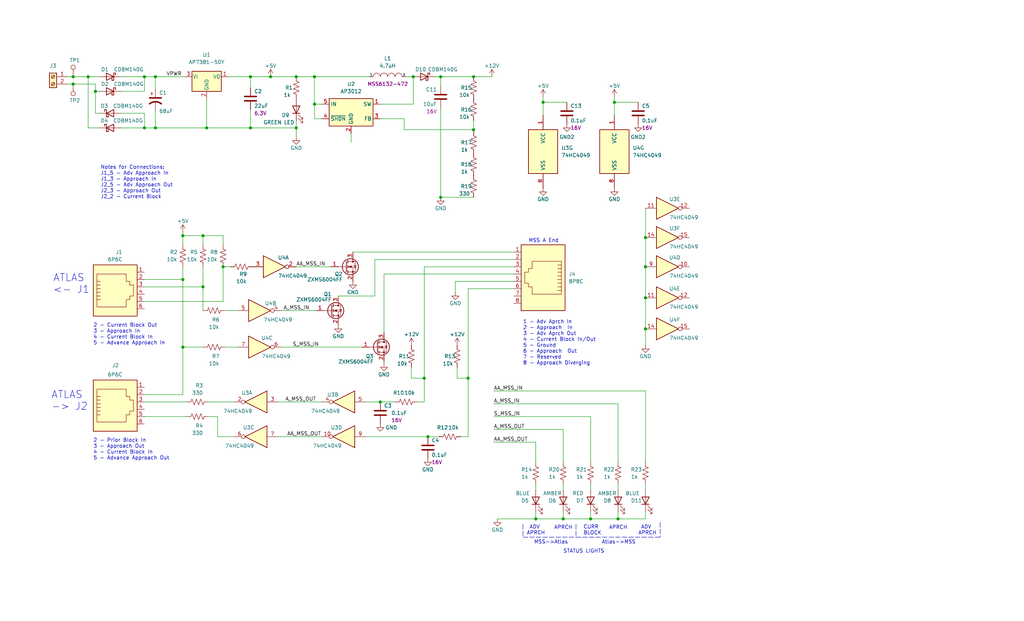
<source format=kicad_sch>
(kicad_sch (version 20211123) (generator eeschema)
  (paper "USLegal")
  (title_block (title "MSS Atlas Signal Adapter v1.0") (company "Iowa Scaled Engineering"))
  (lib_symbols
    (symbol "4xxx:4049" (pin_names (offset 1.016))
      (property "Reference" "U" (at 0 1.27 0))
      (property "Value" "4049" (at 0 -1.27 0))
      (symbol "4049_1_0"
        (polyline (pts (xy -3.81 3.81) (xy -3.81 -3.81) (xy 3.81 0) (xy -3.81 3.81)) (stroke (width 0.254)) (fill (type background)))
        (pin output inverted (at 7.62 0 180) (length 3.81) (name "~") (number "2"))
        (pin input line (at -7.62 0 0) (length 3.81) (name "~") (number "3"))
      )
      (symbol "4049_2_0"
        (polyline (pts (xy -3.81 3.81) (xy -3.81 -3.81) (xy 3.81 0) (xy -3.81 3.81)) (stroke (width 0.254)) (fill (type background)))
        (pin output inverted (at 7.62 0 180) (length 3.81) (name "~") (number "4"))
        (pin input line (at -7.62 0 0) (length 3.81) (name "~") (number "5"))
      )
      (symbol "4049_3_0"
        (polyline (pts (xy -3.81 3.81) (xy -3.81 -3.81) (xy 3.81 0) (xy -3.81 3.81)) (stroke (width 0.254)) (fill (type background)))
        (pin output inverted (at 7.62 0 180) (length 3.81) (name "~") (number "6"))
        (pin input line (at -7.62 0 0) (length 3.81) (name "~") (number "7"))
      )
      (symbol "4049_4_0"
        (polyline (pts (xy -3.81 3.81) (xy -3.81 -3.81) (xy 3.81 0) (xy -3.81 3.81)) (stroke (width 0.254)) (fill (type background)))
        (pin output inverted (at 7.62 0 180) (length 3.81) (name "~") (number "10"))
        (pin input line (at -7.62 0 0) (length 3.81) (name "~") (number "9"))
      )
      (symbol "4049_5_0"
        (polyline (pts (xy -3.81 3.81) (xy -3.81 -3.81) (xy 3.81 0) (xy -3.81 3.81)) (stroke (width 0.254)) (fill (type background)))
        (pin input line (at -7.62 0 0) (length 3.81) (name "~") (number "11"))
        (pin output inverted (at 7.62 0 180) (length 3.81) (name "~") (number "12"))
      )
      (symbol "4049_6_0"
        (polyline (pts (xy -3.81 3.81) (xy -3.81 -3.81) (xy 3.81 0) (xy -3.81 3.81)) (stroke (width 0.254)) (fill (type background)))
        (pin input line (at -7.62 0 0) (length 3.81) (name "~") (number "14"))
        (pin output inverted (at 7.62 0 180) (length 3.81) (name "~") (number "15"))
      )
      (symbol "4049_7_0"
        (pin power_in line (at 0 12.7 270) (length 5.08) (name "VCC") (number "1"))
        (pin power_in line (at 0 -12.7 90) (length 5.08) (name "VSS") (number "8"))
      )
      (symbol "4049_7_1"
        (rectangle (start -5.08 7.62) (end 5.08 -7.62) (stroke (width 0.254)) (fill (type background)))
      )
    )
    (symbol "Connector:6P6C" (pin_names (offset 1.016))
      (property "Reference" "J" (at -5.08 11.43 0))
      (property "Value" "6P6C" (at 2.54 11.43 0))
      (symbol "6P6C_0_1"
        (polyline (pts (xy -6.35 -1.905) (xy -5.08 -1.905) (xy -5.08 -1.905)))
        (polyline (pts (xy -6.35 -0.635) (xy -5.08 -0.635) (xy -5.08 -0.635)))
        (polyline (pts (xy -6.35 0.635) (xy -5.08 0.635) (xy -5.08 0.635)))
        (polyline (pts (xy -6.35 1.905) (xy -5.08 1.905) (xy -5.08 1.905)))
        (polyline (pts (xy -6.35 3.175) (xy -5.08 3.175) (xy -5.08 3.175)))
        (polyline (pts (xy -5.08 4.445) (xy -6.35 4.445) (xy -6.35 4.445)))
        (polyline (pts (xy -6.35 -4.445) (xy -6.35 6.985) (xy 3.81 6.985) (xy 3.81 4.445) (xy 5.08 4.445) (xy 5.08 3.175) (xy 6.35 3.175) (xy 6.35 -0.635) (xy 5.08 -0.635) (xy 5.08 -1.905) (xy 3.81 -1.905) (xy 3.81 -4.445) (xy -6.35 -4.445) (xy -6.35 -4.445)))
        (rectangle (start 7.62 10.16) (end -7.62 -7.62) (stroke (width 0.254)) (fill (type background)))
      )
      (symbol "6P6C_1_1"
        (pin passive line (at 10.16 -5.08 180) (length 2.54) (name "~") (number "1"))
        (pin passive line (at 10.16 -2.54 180) (length 2.54) (name "~") (number "2"))
        (pin passive line (at 10.16 0 180) (length 2.54) (name "~") (number "3"))
        (pin passive line (at 10.16 2.54 180) (length 2.54) (name "~") (number "4"))
        (pin passive line (at 10.16 5.08 180) (length 2.54) (name "~") (number "5"))
        (pin passive line (at 10.16 7.62 180) (length 2.54) (name "~") (number "6"))
      )
    )
    (symbol "Connector:8P8C" (pin_names (offset 1.016))
      (property "Reference" "J" (at -5.08 13.97 0))
      (property "Value" "8P8C" (at 2.54 13.97 0))
      (symbol "8P8C_0_1"
        (polyline (pts (xy -5.08 4.445) (xy -6.35 4.445)))
        (polyline (pts (xy -5.08 5.715) (xy -6.35 5.715)))
        (polyline (pts (xy -6.35 -3.175) (xy -5.08 -3.175) (xy -5.08 -3.175)))
        (polyline (pts (xy -6.35 -1.905) (xy -5.08 -1.905) (xy -5.08 -1.905)))
        (polyline (pts (xy -6.35 -0.635) (xy -5.08 -0.635) (xy -5.08 -0.635)))
        (polyline (pts (xy -6.35 0.635) (xy -5.08 0.635) (xy -5.08 0.635)))
        (polyline (pts (xy -6.35 1.905) (xy -5.08 1.905) (xy -5.08 1.905)))
        (polyline (pts (xy -5.08 3.175) (xy -6.35 3.175) (xy -6.35 3.175)))
        (polyline (pts (xy -6.35 -4.445) (xy -6.35 6.985) (xy 3.81 6.985) (xy 3.81 4.445) (xy 5.08 4.445) (xy 5.08 3.175) (xy 6.35 3.175) (xy 6.35 -0.635) (xy 5.08 -0.635) (xy 5.08 -1.905) (xy 3.81 -1.905) (xy 3.81 -4.445) (xy -6.35 -4.445) (xy -6.35 -4.445)))
        (rectangle (start 7.62 12.7) (end -7.62 -10.16) (stroke (width 0.254)) (fill (type background)))
      )
      (symbol "8P8C_1_1"
        (pin passive line (at 10.16 -7.62 180) (length 2.54) (name "~") (number "1"))
        (pin passive line (at 10.16 -5.08 180) (length 2.54) (name "~") (number "2"))
        (pin passive line (at 10.16 -2.54 180) (length 2.54) (name "~") (number "3"))
        (pin passive line (at 10.16 0 180) (length 2.54) (name "~") (number "4"))
        (pin passive line (at 10.16 2.54 180) (length 2.54) (name "~") (number "5"))
        (pin passive line (at 10.16 5.08 180) (length 2.54) (name "~") (number "6"))
        (pin passive line (at 10.16 7.62 180) (length 2.54) (name "~") (number "7"))
        (pin passive line (at 10.16 10.16 180) (length 2.54) (name "~") (number "8"))
      )
    )
    (symbol "Connector:Screw_Terminal_01x02" (pin_names (offset 1.016) hide)
      (property "Reference" "J" (at 0 2.54 0))
      (property "Value" "Screw_Terminal_01x02" (at 0 -5.08 0))
      (symbol "Screw_Terminal_01x02_1_1"
        (rectangle (start -1.27 1.27) (end 1.27 -3.81) (stroke (width 0.254)) (fill (type background)))
        (circle (center 0 -2.54) (radius 0.635) (stroke (width 0.1524)))
        (polyline (pts (xy -0.5334 -2.2098) (xy 0.3302 -3.048)) (stroke (width 0.1524)))
        (polyline (pts (xy -0.5334 0.3302) (xy 0.3302 -0.508)) (stroke (width 0.1524)))
        (polyline (pts (xy -0.3556 -2.032) (xy 0.508 -2.8702)) (stroke (width 0.1524)))
        (polyline (pts (xy -0.3556 0.508) (xy 0.508 -0.3302)) (stroke (width 0.1524)))
        (circle (center 0 0) (radius 0.635) (stroke (width 0.1524)))
        (pin passive line (at -5.08 0 0) (length 3.81) (name "Pin_1") (number "1"))
        (pin passive line (at -5.08 -2.54 0) (length 3.81) (name "Pin_2") (number "2"))
      )
    )
    (symbol "Connector:TestPoint" (pin_numbers hide) (pin_names (offset 0.762) hide)
      (property "Reference" "TP" (at 0 6.858 0))
      (property "Value" "TestPoint" (at 0 5.08 0))
      (symbol "TestPoint_0_1"
        (circle (center 0 3.302) (radius 0.762))
      )
      (symbol "TestPoint_1_1"
        (pin passive line (at 0 0 90) (length 2.54) (name "1") (number "1"))
      )
    )
    (symbol "Device:C" (pin_numbers hide) (pin_names (offset 0.254))
      (property "Reference" "C" (at 0.635 2.54 0))
      (property "Value" "C" (at 0.635 -2.54 0))
      (symbol "C_0_1"
        (polyline (pts (xy -2.032 -0.762) (xy 2.032 -0.762)) (stroke (width 0.508)))
        (polyline (pts (xy -2.032 0.762) (xy 2.032 0.762)) (stroke (width 0.508)))
      )
      (symbol "C_1_1"
        (pin passive line (at 0 3.81 270) (length 2.794) (name "~") (number "1"))
        (pin passive line (at 0 -3.81 90) (length 2.794) (name "~") (number "2"))
      )
    )
    (symbol "Device:C_Polarized_US" (pin_numbers hide) (pin_names (offset 0.254) hide)
      (property "Reference" "C" (at 0.635 2.54 0))
      (property "Value" "C_Polarized_US" (at 0.635 -2.54 0))
      (symbol "C_Polarized_US_0_1"
        (polyline (pts (xy -2.032 0.762) (xy 2.032 0.762)) (stroke (width 0.508)))
        (polyline (pts (xy -1.778 2.286) (xy -0.762 2.286)))
        (polyline (pts (xy -1.27 1.778) (xy -1.27 2.794)))
        (arc (start 2.032 -1.27) (mid 0 -0.5572) (end -2.032 -1.27) (stroke (width 0.508)))
      )
      (symbol "C_Polarized_US_1_1"
        (pin passive line (at 0 3.81 270) (length 2.794) (name "~") (number "1"))
        (pin passive line (at 0 -3.81 90) (length 3.302) (name "~") (number "2"))
      )
    )
    (symbol "Device:D_Schottky" (pin_numbers hide) (pin_names (offset 1.016) hide)
      (property "Reference" "D" (at 0 2.54 0))
      (property "Value" "D_Schottky" (at 0 -2.54 0))
      (symbol "D_Schottky_0_1"
        (polyline (pts (xy 1.27 0) (xy -1.27 0)))
        (polyline (pts (xy 1.27 1.27) (xy 1.27 -1.27) (xy -1.27 0) (xy 1.27 1.27)) (stroke (width 0.254)))
        (polyline (pts (xy -1.905 0.635) (xy -1.905 1.27) (xy -1.27 1.27) (xy -1.27 -1.27) (xy -0.635 -1.27) (xy -0.635 -0.635)) (stroke (width 0.254)))
      )
      (symbol "D_Schottky_1_1"
        (pin passive line (at -3.81 0 0) (length 2.54) (name "K") (number "1"))
        (pin passive line (at 3.81 0 180) (length 2.54) (name "A") (number "2"))
      )
    )
    (symbol "Device:LED" (pin_numbers hide) (pin_names (offset 1.016) hide)
      (property "Reference" "D" (at 0 2.54 0))
      (property "Value" "LED" (at 0 -2.54 0))
      (symbol "LED_0_1"
        (polyline (pts (xy -1.27 -1.27) (xy -1.27 1.27)) (stroke (width 0.254)))
        (polyline (pts (xy -1.27 0) (xy 1.27 0)))
        (polyline (pts (xy 1.27 -1.27) (xy 1.27 1.27) (xy -1.27 0) (xy 1.27 -1.27)) (stroke (width 0.254)))
        (polyline (pts (xy -3.048 -0.762) (xy -4.572 -2.286) (xy -3.81 -2.286) (xy -4.572 -2.286) (xy -4.572 -1.524)))
        (polyline (pts (xy -1.778 -0.762) (xy -3.302 -2.286) (xy -2.54 -2.286) (xy -3.302 -2.286) (xy -3.302 -1.524)))
      )
      (symbol "LED_1_1"
        (pin passive line (at -3.81 0 0) (length 2.54) (name "K") (number "1"))
        (pin passive line (at 3.81 0 180) (length 2.54) (name "A") (number "2"))
      )
    )
    (symbol "Device:R_US" (pin_numbers hide) (pin_names (offset 0))
      (property "Reference" "R" (at 2.54 0 90))
      (property "Value" "R_US" (at -2.54 0 90))
      (symbol "R_US_0_1"
        (polyline (pts (xy 0 -2.286) (xy 0 -2.54)))
        (polyline (pts (xy 0 2.286) (xy 0 2.54)))
        (polyline (pts (xy 0 -0.762) (xy 1.016 -1.143) (xy 0 -1.524) (xy -1.016 -1.905) (xy 0 -2.286)))
        (polyline (pts (xy 0 0.762) (xy 1.016 0.381) (xy 0 0) (xy -1.016 -0.381) (xy 0 -0.762)))
        (polyline (pts (xy 0 2.286) (xy 1.016 1.905) (xy 0 1.524) (xy -1.016 1.143) (xy 0 0.762)))
      )
      (symbol "R_US_1_1"
        (pin passive line (at 0 3.81 270) (length 1.27) (name "~") (number "1"))
        (pin passive line (at 0 -3.81 90) (length 1.27) (name "~") (number "2"))
      )
    )
    (symbol "Mechanical:MountingHole_Pad" (pin_numbers hide) (pin_names (offset 1.016) hide)
      (property "Reference" "H" (at 0 6.35 0))
      (property "Value" "MountingHole_Pad" (at 0 4.445 0))
      (symbol "MountingHole_Pad_0_1"
        (circle (center 0 1.27) (radius 1.27) (stroke (width 1.27)))
      )
      (symbol "MountingHole_Pad_1_1"
        (pin input line (at 0 -2.54 90) (length 2.54) (name "1") (number "1"))
      )
    )
    (symbol "Regulator_Linear:AP7384-33Y" (pin_names (offset 0.254))
      (property "Reference" "U" (at -3.81 3.175 0))
      (property "Value" "AP7384-33Y" (at 0 3.175 0))
      (symbol "AP7384-33Y_0_1"
        (rectangle (start -5.08 1.905) (end 5.08 -5.08) (stroke (width 0.254)) (fill (type background)))
      )
      (symbol "AP7384-33Y_1_1"
        (pin power_out line (at 7.62 0 180) (length 2.54) (name "VO") (number "1"))
        (pin power_in line (at 0 -7.62 90) (length 2.54) (name "GND") (number "2"))
        (pin power_in line (at -7.62 0 0) (length 2.54) (name "VI") (number "3"))
      )
    )
    (symbol "Regulator_Switching:AP3012"
      (property "Reference" "U" (at -7.62 5.715 0))
      (property "Value" "AP3012" (at 0 5.715 0))
      (symbol "AP3012_0_1"
        (rectangle (start -7.62 4.445) (end 7.62 -5.08) (stroke (width 0.254)) (fill (type background)))
      )
      (symbol "AP3012_1_1"
        (pin passive line (at 10.16 2.54 180) (length 2.54) (name "SW") (number "1"))
        (pin power_in line (at 0 -7.62 90) (length 2.54) (name "GND") (number "2"))
        (pin input line (at 10.16 -2.54 180) (length 2.54) (name "FB") (number "3"))
        (pin input line (at -10.16 -2.54 0) (length 2.54) (name "~{SHDN}") (number "4"))
        (pin power_in line (at -10.16 2.54 0) (length 2.54) (name "IN") (number "5"))
      )
    )
    (symbol "Transistor_FET:ZXM61N02F" (pin_names hide)
      (property "Reference" "Q" (at 5.08 1.905 0))
      (property "Value" "ZXM61N02F" (at 5.08 0 0))
      (symbol "ZXM61N02F_0_1"
        (polyline (pts (xy 0.254 0) (xy -2.54 0)))
        (polyline (pts (xy 0.254 1.905) (xy 0.254 -1.905)) (stroke (width 0.254)))
        (polyline (pts (xy 0.762 -1.27) (xy 0.762 -2.286)) (stroke (width 0.254)))
        (polyline (pts (xy 0.762 0.508) (xy 0.762 -0.508)) (stroke (width 0.254)))
        (polyline (pts (xy 0.762 2.286) (xy 0.762 1.27)) (stroke (width 0.254)))
        (polyline (pts (xy 2.54 2.54) (xy 2.54 1.778)))
        (polyline (pts (xy 2.54 -2.54) (xy 2.54 0) (xy 0.762 0)))
        (polyline (pts (xy 0.762 -1.778) (xy 3.302 -1.778) (xy 3.302 1.778) (xy 0.762 1.778)))
        (polyline (pts (xy 1.016 0) (xy 2.032 0.381) (xy 2.032 -0.381) (xy 1.016 0)) (fill (type outline)))
        (polyline (pts (xy 2.794 0.508) (xy 2.921 0.381) (xy 3.683 0.381) (xy 3.81 0.254)))
        (polyline (pts (xy 3.302 0.381) (xy 2.921 -0.254) (xy 3.683 -0.254) (xy 3.302 0.381)))
        (circle (center 1.651 0) (radius 2.794) (stroke (width 0.254)))
        (circle (center 2.54 -1.778) (radius 0.254) (fill (type outline)))
        (circle (center 2.54 1.778) (radius 0.254) (fill (type outline)))
      )
      (symbol "ZXM61N02F_1_1"
        (pin input line (at -5.08 0 0) (length 2.54) (name "G") (number "1"))
        (pin passive line (at 2.54 -5.08 90) (length 2.54) (name "S") (number "2"))
        (pin passive line (at 2.54 5.08 270) (length 2.54) (name "D") (number "3"))
      )
    )
    (symbol "power:+12V" (power) (pin_names (offset 0))
      (property "Value" "+12V" (at 0 3.556 0))
      (symbol "+12V_0_1"
        (polyline (pts (xy -0.762 1.27) (xy 0 2.54)))
        (polyline (pts (xy 0 0) (xy 0 2.54)))
        (polyline (pts (xy 0 2.54) (xy 0.762 1.27)))
      )
      (symbol "+12V_1_1"
        (pin power_in line (at 0 0 90) (length 0) hide (name "+12V") (number "1"))
      )
    )
    (symbol "power:+5V" (power) (pin_names (offset 0))
      (property "Value" "+5V" (at 0 3.556 0))
      (symbol "+5V_0_1"
        (polyline (pts (xy -0.762 1.27) (xy 0 2.54)))
        (polyline (pts (xy 0 0) (xy 0 2.54)))
        (polyline (pts (xy 0 2.54) (xy 0.762 1.27)))
      )
      (symbol "+5V_1_1"
        (pin power_in line (at 0 0 90) (length 0) hide (name "+5V") (number "1"))
      )
    )
    (symbol "power:GND" (power) (pin_names (offset 0))
      (property "Value" "GND" (at 0 -3.81 0))
      (symbol "GND_0_1"
        (polyline (pts (xy 0 0) (xy 0 -1.27) (xy 1.27 -1.27) (xy 0 -2.54) (xy -1.27 -1.27) (xy 0 -1.27)))
      )
      (symbol "GND_1_1"
        (pin power_in line (at 0 0 270) (length 0) hide (name "GND") (number "1"))
      )
    )
    (symbol "power:GND2" (power) (pin_names (offset 0))
      (property "Value" "GND2" (at 0 -3.81 0))
      (symbol "GND2_0_1"
        (polyline (pts (xy 0 0) (xy 0 -1.27) (xy 1.27 -1.27) (xy 0 -2.54) (xy -1.27 -1.27) (xy 0 -1.27)))
      )
      (symbol "GND2_1_1"
        (pin power_in line (at 0 0 270) (length 0) hide (name "GND2") (number "1"))
      )
    )
    (symbol "pspice:INDUCTOR" (pin_numbers hide) (pin_names (offset 0))
      (property "Reference" "L" (at 0 2.54 0))
      (property "Value" "INDUCTOR" (at 0 -1.27 0))
      (symbol "INDUCTOR_0_1"
        (arc (start -2.54 0) (mid -3.81 1.27) (end -5.08 0))
        (arc (start 0 0) (mid -1.27 1.27) (end -2.54 0))
        (arc (start 2.54 0) (mid 1.27 1.27) (end 0 0))
        (arc (start 5.08 0) (mid 3.81 1.27) (end 2.54 0))
      )
      (symbol "INDUCTOR_1_1"
        (pin input line (at -6.35 0 0) (length 1.27) (name "1") (number "1"))
        (pin input line (at 6.35 0 180) (length 1.27) (name "2") (number "2"))
      )
    )
  )
  (junction (at 148.59 151.765))
  (junction (at 63.5 81.915))
  (junction (at 224.155 114.3))
  (junction (at 109.22 26.67))
  (junction (at 70.485 99.695))
  (junction (at 102.87 26.67))
  (junction (at 162.56 131.445))
  (junction (at 70.485 81.915))
  (junction (at 77.47 92.71))
  (junction (at 195.58 180.34))
  (junction (at 25.4 29.21))
  (junction (at 33.147 31.75))
  (junction (at 109.22 36.195))
  (junction (at 30.607 26.67))
  (junction (at 63.5 120.65))
  (junction (at 71.755 44.45))
  (junction (at 153.035 68.58))
  (junction (at 53.975 26.67))
  (junction (at 188.595 35.56))
  (junction (at 132.08 139.7))
  (junction (at 63.5 97.155))
  (junction (at 213.36 35.56))
  (junction (at 53.975 44.45))
  (junction (at 153.035 26.67))
  (junction (at 224.155 82.55))
  (junction (at 205.105 180.34))
  (junction (at 164.465 26.67))
  (junction (at 164.465 45.085))
  (junction (at 86.995 44.45))
  (junction (at 224.155 92.71))
  (junction (at 224.155 103.505))
  (junction (at 186.055 180.34))
  (junction (at 86.995 26.67))
  (junction (at 25.4 26.67))
  (junction (at 102.87 44.45))
  (junction (at 214.63 180.34))
  (junction (at 147.32 131.445))
  (junction (at 50.165 26.67))
  (junction (at 50.165 44.45))
  (junction (at 93.98 26.67))
  (junction (at 143.51 26.67))
  (wire (pts (xy 164.465 45.085) (xy 140.335 45.085)))
  (wire (pts (xy 34.417 31.75) (xy 33.147 31.75)))
  (wire (pts (xy 79.375 26.67) (xy 86.995 26.67)))
  (wire (pts (xy 171.45 135.89) (xy 224.155 135.89)))
  (wire (pts (xy 109.22 26.67) (xy 109.22 36.195)))
  (wire (pts (xy 70.485 81.915) (xy 77.47 81.915)))
  (wire (pts (xy 71.755 44.45) (xy 86.995 44.45)))
  (polyline (pts (xy 229.235 181.61) (xy 229.235 186.69)))
  (wire (pts (xy 164.465 45.085) (xy 164.465 45.72)))
  (wire (pts (xy 214.63 168.275) (xy 214.63 170.18)))
  (wire (pts (xy 42.037 26.67) (xy 50.165 26.67)))
  (wire (pts (xy 186.055 180.34) (xy 195.58 180.34)))
  (wire (pts (xy 53.975 26.67) (xy 53.975 30.988)))
  (wire (pts (xy 213.36 35.56) (xy 213.36 40.005)))
  (wire (pts (xy 158.75 131.445) (xy 162.56 131.445)))
  (wire (pts (xy 162.56 131.445) (xy 162.56 151.765)))
  (wire (pts (xy 214.63 180.34) (xy 224.155 180.34)))
  (wire (pts (xy 75.565 151.765) (xy 81.28 151.765)))
  (wire (pts (xy 30.607 44.45) (xy 30.607 26.67)))
  (wire (pts (xy 117.475 102.87) (xy 130.175 102.87)))
  (wire (pts (xy 70.485 81.915) (xy 70.485 85.09)))
  (wire (pts (xy 72.39 139.7) (xy 81.28 139.7)))
  (wire (pts (xy 195.58 160.655) (xy 195.58 149.225)))
  (wire (pts (xy 162.56 151.765) (xy 160.02 151.765)))
  (wire (pts (xy 63.5 120.65) (xy 63.5 137.16)))
  (wire (pts (xy 33.147 29.21) (xy 25.4 29.21)))
  (wire (pts (xy 71.755 34.29) (xy 71.755 44.45)))
  (wire (pts (xy 63.5 97.155) (xy 63.5 120.65)))
  (wire (pts (xy 132.08 139.7) (xy 137.16 139.7)))
  (wire (pts (xy 205.105 160.655) (xy 205.105 144.78)))
  (wire (pts (xy 195.58 180.34) (xy 205.105 180.34)))
  (wire (pts (xy 97.79 107.95) (xy 109.855 107.95)))
  (wire (pts (xy 195.58 168.275) (xy 195.58 170.18)))
  (wire (pts (xy 162.56 100.33) (xy 162.56 131.445)))
  (wire (pts (xy 96.52 139.7) (xy 111.76 139.7)))
  (wire (pts (xy 109.22 26.67) (xy 128.27 26.67)))
  (wire (pts (xy 34.417 39.37) (xy 33.147 39.37)))
  (wire (pts (xy 63.5 120.65) (xy 70.485 120.65)))
  (wire (pts (xy 186.055 160.655) (xy 186.055 153.67)))
  (wire (pts (xy 63.5 97.155) (xy 50.165 97.155)))
  (wire (pts (xy 77.47 81.915) (xy 77.47 85.09)))
  (wire (pts (xy 224.155 135.89) (xy 224.155 160.655)))
  (wire (pts (xy 158.115 101.6) (xy 158.115 97.79)))
  (wire (pts (xy 50.165 144.78) (xy 64.77 144.78)))
  (wire (pts (xy 25.4 29.21) (xy 23.495 29.21)))
  (polyline (pts (xy 181.61 182.245) (xy 181.61 186.69)))
  (wire (pts (xy 186.055 168.275) (xy 186.055 170.18)))
  (wire (pts (xy 42.037 31.75) (xy 50.165 31.75)))
  (wire (pts (xy 96.52 151.765) (xy 111.76 151.765)))
  (wire (pts (xy 77.47 92.71) (xy 80.01 92.71)))
  (wire (pts (xy 30.607 26.67) (xy 34.417 26.67)))
  (wire (pts (xy 77.47 92.71) (xy 77.47 104.775)))
  (wire (pts (xy 70.485 99.695) (xy 70.485 107.95)))
  (wire (pts (xy 50.165 139.7) (xy 64.77 139.7)))
  (wire (pts (xy 171.45 144.78) (xy 205.105 144.78)))
  (wire (pts (xy 224.155 82.55) (xy 224.155 92.71)))
  (wire (pts (xy 188.595 35.56) (xy 196.85 35.56)))
  (wire (pts (xy 143.51 36.195) (xy 143.51 26.67)))
  (wire (pts (xy 164.465 26.67) (xy 170.815 26.67)))
  (wire (pts (xy 78.105 107.95) (xy 82.55 107.95)))
  (wire (pts (xy 130.175 102.87) (xy 130.175 90.17)))
  (wire (pts (xy 33.147 39.37) (xy 33.147 31.75)))
  (wire (pts (xy 93.98 26.67) (xy 102.87 26.67)))
  (wire (pts (xy 102.87 44.45) (xy 102.87 41.91)))
  (wire (pts (xy 53.975 26.67) (xy 64.135 26.67)))
  (wire (pts (xy 127 151.765) (xy 148.59 151.765)))
  (wire (pts (xy 195.58 177.8) (xy 195.58 180.34)))
  (wire (pts (xy 86.995 26.67) (xy 86.995 30.48)))
  (wire (pts (xy 102.87 44.45) (xy 102.87 47.625)))
  (wire (pts (xy 42.037 44.45) (xy 50.165 44.45)))
  (wire (pts (xy 153.035 29.845) (xy 153.035 26.67)))
  (wire (pts (xy 224.155 92.71) (xy 224.155 103.505)))
  (wire (pts (xy 122.555 87.63) (xy 178.435 87.63)))
  (wire (pts (xy 127 139.7) (xy 132.08 139.7)))
  (wire (pts (xy 130.175 90.17) (xy 178.435 90.17)))
  (wire (pts (xy 63.5 81.915) (xy 70.485 81.915)))
  (wire (pts (xy 224.155 114.3) (xy 224.155 120.015)))
  (wire (pts (xy 25.4 26.67) (xy 30.607 26.67)))
  (wire (pts (xy 102.87 92.71) (xy 114.935 92.71)))
  (wire (pts (xy 142.875 131.445) (xy 147.32 131.445)))
  (wire (pts (xy 50.165 104.775) (xy 77.47 104.775)))
  (polyline (pts (xy 200.025 182.245) (xy 200.025 186.69)))
  (wire (pts (xy 205.105 177.8) (xy 205.105 180.34)))
  (wire (pts (xy 109.22 41.275) (xy 111.76 41.275)))
  (wire (pts (xy 86.995 44.45) (xy 102.87 44.45)))
  (wire (pts (xy 147.32 131.445) (xy 147.32 139.7)))
  (wire (pts (xy 23.495 26.67) (xy 25.4 26.67)))
  (wire (pts (xy 50.165 99.695) (xy 70.485 99.695)))
  (wire (pts (xy 144.78 139.7) (xy 147.32 139.7)))
  (wire (pts (xy 140.335 41.275) (xy 132.08 41.275)))
  (wire (pts (xy 132.08 36.195) (xy 143.51 36.195)))
  (wire (pts (xy 158.115 97.79) (xy 178.435 97.79)))
  (wire (pts (xy 140.335 45.085) (xy 140.335 41.275)))
  (polyline (pts (xy 200.025 186.69) (xy 229.235 186.69)))
  (wire (pts (xy 172.72 180.34) (xy 186.055 180.34)))
  (wire (pts (xy 158.75 127.635) (xy 158.75 131.445)))
  (wire (pts (xy 214.63 177.8) (xy 214.63 180.34)))
  (wire (pts (xy 133.35 125.73) (xy 133.35 126.365)))
  (wire (pts (xy 50.165 39.37) (xy 50.165 44.45)))
  (wire (pts (xy 63.5 92.71) (xy 63.5 97.155)))
  (wire (pts (xy 50.165 31.75) (xy 50.165 26.67)))
  (wire (pts (xy 205.105 168.275) (xy 205.105 170.18)))
  (wire (pts (xy 143.51 26.67) (xy 140.97 26.67)))
  (wire (pts (xy 53.975 38.608) (xy 53.975 44.45)))
  (wire (pts (xy 86.995 26.67) (xy 93.98 26.67)))
  (wire (pts (xy 224.155 168.275) (xy 224.155 170.18)))
  (wire (pts (xy 148.59 151.765) (xy 152.4 151.765)))
  (wire (pts (xy 97.79 120.65) (xy 125.73 120.65)))
  (wire (pts (xy 178.435 95.25) (xy 133.35 95.25)))
  (wire (pts (xy 153.035 37.465) (xy 153.035 68.58)))
  (wire (pts (xy 164.465 68.58) (xy 153.035 68.58)))
  (wire (pts (xy 50.165 137.16) (xy 63.5 137.16)))
  (wire (pts (xy 33.147 31.75) (xy 33.147 29.21)))
  (wire (pts (xy 109.22 36.195) (xy 111.76 36.195)))
  (wire (pts (xy 178.435 92.71) (xy 147.32 92.71)))
  (wire (pts (xy 213.36 35.56) (xy 221.615 35.56)))
  (wire (pts (xy 53.975 44.45) (xy 71.755 44.45)))
  (wire (pts (xy 164.465 41.91) (xy 164.465 45.085)))
  (wire (pts (xy 214.63 140.335) (xy 214.63 160.655)))
  (wire (pts (xy 213.36 33.655) (xy 213.36 35.56)))
  (wire (pts (xy 102.87 26.67) (xy 109.22 26.67)))
  (wire (pts (xy 42.037 39.37) (xy 50.165 39.37)))
  (wire (pts (xy 72.39 144.78) (xy 75.565 144.78)))
  (wire (pts (xy 153.035 26.67) (xy 164.465 26.67)))
  (wire (pts (xy 133.35 95.25) (xy 133.35 115.57)))
  (wire (pts (xy 50.165 44.45) (xy 53.975 44.45)))
  (polyline (pts (xy 181.61 186.69) (xy 200.025 186.69)))
  (wire (pts (xy 162.56 100.33) (xy 178.435 100.33)))
  (wire (pts (xy 121.92 49.53) (xy 121.92 46.355)))
  (wire (pts (xy 63.5 81.915) (xy 63.5 85.09)))
  (wire (pts (xy 78.105 120.65) (xy 82.55 120.65)))
  (wire (pts (xy 188.595 35.56) (xy 188.595 40.005)))
  (wire (pts (xy 70.485 92.71) (xy 70.485 99.695)))
  (wire (pts (xy 50.165 26.67) (xy 53.975 26.67)))
  (wire (pts (xy 186.055 177.8) (xy 186.055 180.34)))
  (wire (pts (xy 171.45 140.335) (xy 214.63 140.335)))
  (wire (pts (xy 224.155 72.39) (xy 224.155 82.55)))
  (wire (pts (xy 151.13 26.67) (xy 153.035 26.67)))
  (wire (pts (xy 86.995 38.1) (xy 86.995 44.45)))
  (wire (pts (xy 63.5 80.645) (xy 63.5 81.915)))
  (wire (pts (xy 224.155 103.505) (xy 224.155 114.3)))
  (wire (pts (xy 75.565 144.78) (xy 75.565 151.765)))
  (wire (pts (xy 171.45 153.67) (xy 186.055 153.67)))
  (wire (pts (xy 142.875 127.635) (xy 142.875 131.445)))
  (wire (pts (xy 171.45 149.225) (xy 195.58 149.225)))
  (wire (pts (xy 205.105 180.34) (xy 214.63 180.34)))
  (wire (pts (xy 188.595 33.655) (xy 188.595 35.56)))
  (wire (pts (xy 30.607 44.45) (xy 34.417 44.45)))
  (wire (pts (xy 147.32 92.71) (xy 147.32 131.445)))
  (wire (pts (xy 109.22 41.275) (xy 109.22 36.195)))
  (wire (pts (xy 224.155 177.8) (xy 224.155 180.34)))
  (text "2 - Current Block Out\n3 - Approach In\n4 - Current Block In\n5 - Advance Approach In\n" (at 32.385 120.015 0) (effects (font (size 1.27 1.27)) (justify left bottom)))
  (text "APRCH" (at 192.405 184.15 0) (effects (font (size 1.27 1.27)) (justify left bottom)))
  (text "STATUS LIGHTS" (at 195.58 192.405 0) (effects (font (size 1.27 1.27)) (justify left bottom)))
  (text "2 - Prior Block In\n3 - Approach Out\n4 - Current Block In\n5 - Advance Approach Out\n" (at 32.385 160.02 0) (effects (font (size 1.27 1.27)) (justify left bottom)))
  (text "MSS->Atlas" (at 185.42 189.23 0) (effects (font (size 1.27 1.27)) (justify left bottom)))
  (text "APRCH" (at 211.455 184.15 0) (effects (font (size 1.27 1.27)) (justify left bottom)))
  (text "Notes for Connections:\nJ1_5 - Adv Approach In\nJ1_3 - Approach In\nJ2_5 - Adv Approach Out\nJ2_3 - Approach Out\nJ2_2 - Current Block" (at 34.925 69.215 0) (effects (font (size 1.27 1.27)) (justify left bottom)))
  (text " ADV\nAPRCH" (at 182.88 186.055 0) (effects (font (size 1.27 1.27)) (justify left bottom)))
  (text "CURR\nBLOCK" (at 202.565 186.055 0) (effects (font (size 1.27 1.27)) (justify left bottom)))
  (text "ATLAS\n-> J2" (at 17.78 142.875 0) (effects (font (size 2.54 2.54)) (justify left bottom)))
  (text "MSS A End" (at 183.515 84.455 0) (effects (font (size 1.27 1.27)) (justify left bottom)))
  (text "ATLAS\n<- J1" (at 18.415 102.235 0) (effects (font (size 2.54 2.54)) (justify left bottom)))
  (text "Atlas->MSS" (at 208.915 189.23 0) (effects (font (size 1.27 1.27)) (justify left bottom)))
  (text " ADV\nAPRCH" (at 221.615 186.055 0) (effects (font (size 1.27 1.27)) (justify left bottom)))
  (text "1 - Adv Aprch In\n2 - Approach  In\n3 - Adv Aprch Out\n4 - Current Block In/Out\n5 - Ground\n6 - Approach  Out\n7 - Reserved\n8 - Approach Diverging\n" (at 181.61 127 0) (effects (font (size 1.27 1.27)) (justify left bottom)))
  (label "VPWR" (at 57.785 26.67 0))
  (label "A_MSS_IN" (at 171.45 140.335 0))
  (label "AA_MSS_OUT" (at 99.695 151.765 0))
  (label "AA_MSS_OUT" (at 171.45 153.67 0))
  (label "AA_MSS_IN" (at 102.87 92.71 0))
  (label "S_MSS_IN" (at 171.45 144.78 0))
  (label "S_MSS_IN" (at 101.6 120.65 0))
  (label "AA_MSS_IN" (at 171.45 135.89 0))
  (label "A_MSS_OUT" (at 99.06 139.7 0))
  (label "A_MSS_IN" (at 98.425 107.95 0))
  (label "A_MSS_OUT" (at 171.45 149.225 0))
  (symbol (lib_id "Device:R_US") (at 224.155 164.465 0) (unit 1)
    (property "Reference" "R23" (at 220.98 163.195 0))
    (property "Value" "1k" (at 220.345 165.735 0))
    (property "Footprint" "Resistor_SMD:R_0805_2012Metric" (effects hide))
  )
  (symbol (lib_id "Connector:6P6C") (at 40.005 139.7 0) (mirror x) (unit 1)
    (property "Reference" "J2" (at 41.275 127 0) (effects (justify right)))
    (property "Value" "6P6C" (at 42.545 130.175 0) (effects (justify right)))
  )
  (symbol (lib_id "Connector:6P6C") (at 40.005 99.695 0) (mirror x) (unit 1)
    (property "Reference" "J1" (at 42.545 87.63 0) (effects (justify right)))
    (property "Value" "6P6C" (at 42.545 90.17 0) (effects (justify right)))
  )
  (symbol (lib_id "Connector:Screw_Terminal_01x02") (at 18.415 26.67 0) (mirror y) (unit 1)
    (property "Reference" "J3" (at 18.415 22.86 0))
    (property "Value" "Screw_Terminal_01x02" (effects hide))
    (property "Footprint" "TerminalBlock_RND:TerminalBlock_RND_205-00012_1x02_P5.00mm_Horizontal" (effects hide))
  )
  (symbol (lib_id "Device:LED") (at 214.63 173.99 90) (unit 1)
    (property "Reference" "D8" (at 209.55 173.99 90) (effects (justify right)))
    (property "Value" "AMBER" (at 207.645 171.45 90) (effects (justify right)))
    (property "Footprint" "LED_SMD:LED_0805_2012Metric" (effects hide))
  )
  (symbol (lib_id "Device:C") (at 148.59 155.575 0) (unit 1)
    (property "Reference" "C4" (at 149.86 153.035 0) (effects (justify left)))
    (property "Value" "0.1uF" (at 149.86 158.115 0) (effects (justify left)))
    (property "Footprint" "Capacitor_SMD:C_0805_2012Metric" (effects hide))
    (property "Voltage" "16V" (at 149.86 160.655 0) (effects (justify left)))
  )
  (symbol (lib_id "power:GND") (at 122.555 97.79 0) (unit 1)
    (property "Reference" "#PWR03" (effects hide))
    (property "Value" "GND" (at 122.555 101.6 0))
  )
  (symbol (lib_id "power:+5V") (at 63.5 80.645 0) (unit 1)
    (property "Reference" "#PWR01" (effects hide))
    (property "Value" "+5V" (at 63.5 76.835 0))
  )
  (symbol (lib_id "power:+5V") (at 213.36 33.655 0) (unit 1)
    (property "Reference" "#PWR017" (effects hide))
    (property "Value" "+5V" (at 213.36 29.845 0))
  )
  (symbol (lib_id "power:GND") (at 172.72 180.34 0) (unit 1)
    (property "Reference" "#PWR013" (effects hide))
    (property "Value" "GND" (at 172.72 184.15 0))
  )
  (symbol (lib_id "Device:LED") (at 102.87 38.1 90) (unit 1)
    (property "Reference" "D9" (at 97.79 40.005 90) (effects (justify right)))
    (property "Value" "GREEN LED" (at 91.44 42.545 90) (effects (justify right)))
    (property "Footprint" "LED_SMD:LED_0805_2012Metric" (effects hide))
  )
  (symbol (lib_id "Device:R_US") (at 140.97 139.7 270) (unit 1)
    (property "Reference" "R10" (at 138.43 136.525 90))
    (property "Value" "10k" (at 142.24 136.525 90))
    (property "Footprint" "Resistor_SMD:R_0805_2012Metric" (effects hide))
  )
  (symbol (lib_id "4xxx:4049") (at 188.595 52.705 0) (unit 7)
    (property "Reference" "U3" (at 194.945 51.4349 0) (effects (justify left)))
    (property "Value" "74HC4049" (at 194.945 53.9749 0) (effects (justify left)))
    (property "Datasheet" "http://www.intersil.com/content/dam/intersil/documents/cd40/cd4049ubms.pdf" (effects hide))
  )
  (symbol (lib_id "Connector:TestPoint") (at 25.4 26.67 0) (unit 1)
    (property "Reference" "TP1" (at 24.13 20.955 0) (effects (justify left)))
    (property "Value" "TestPoint" (effects hide))
    (property "Footprint" "TestPoint:TestPoint_Pad_D2.0mm" (effects hide))
  )
  (symbol (lib_id "Device:R_US") (at 164.465 57.15 180) (unit 1)
    (property "Reference" "R18" (at 161.925 57.15 0))
    (property "Value" "1k" (at 161.29 59.69 0))
    (property "Footprint" "Resistor_SMD:R_0805_2012Metric" (effects hide))
  )
  (symbol (lib_id "power:GND2") (at 196.85 43.18 0) (unit 1)
    (property "Reference" "#PWR016" (effects hide))
    (property "Value" "GND2" (at 196.85 47.625 0))
  )
  (symbol (lib_id "power:GND") (at 132.08 147.32 0) (unit 1)
    (property "Reference" "#PWR04" (effects hide))
    (property "Value" "GND" (at 135.89 148.59 0))
  )
  (symbol (lib_id "Device:D_Schottky") (at 38.227 39.37 0) (unit 1)
    (property "Reference" "D3" (at 37.592 36.83 0) (effects (justify right)))
    (property "Value" "CDBM140G" (at 49.657 36.83 0) (effects (justify right)))
    (property "Footprint" "Diode_SMD:D_SOD-123" (effects hide))
  )
  (symbol (lib_id "power:GND") (at 213.36 65.405 0) (unit 1)
    (property "Reference" "#PWR018" (effects hide))
    (property "Value" "GND" (at 213.36 69.215 0))
  )
  (symbol (lib_id "4xxx:4049") (at 231.775 82.55 0) (unit 6)
    (property "Reference" "U3" (at 234.315 79.375 0))
    (property "Value" "74HC4049" (at 237.49 85.725 0))
    (property "Datasheet" "http://www.intersil.com/content/dam/intersil/documents/cd40/cd4049ubms.pdf" (effects hide))
  )
  (symbol (lib_id "Device:R_US") (at 142.875 123.825 180) (unit 1)
    (property "Reference" "R11" (at 140.335 123.825 0))
    (property "Value" "10k" (at 139.7 126.365 0))
    (property "Footprint" "Resistor_SMD:R_0805_2012Metric" (effects hide))
  )
  (symbol (lib_id "power:GND") (at 224.155 120.015 0) (unit 1)
    (property "Reference" "#PWR020" (effects hide))
    (property "Value" "GND" (at 224.155 123.825 0))
  )
  (symbol (lib_id "Device:C_Polarized_US") (at 53.975 34.798 0) (unit 1)
    (property "Reference" "C1" (at 55.245 32.258 0) (effects (justify left)))
    (property "Value" "68uF" (at 55.245 38.608 0) (effects (justify left)))
    (property "Footprint" "Capacitor_SMD:CP_Elec_6.3x5.8" (effects hide))
  )
  (symbol (lib_id "power:GND") (at 153.035 68.58 0) (unit 1)
    (property "Reference" "#PWR010" (effects hide))
    (property "Value" "GND" (at 153.035 72.39 0))
  )
  (symbol (lib_id "Device:D_Schottky") (at 38.227 44.45 0) (unit 1)
    (property "Reference" "D4" (at 37.592 41.91 0) (effects (justify right)))
    (property "Value" "CDBM140G" (at 49.657 41.91 0) (effects (justify right)))
    (property "Footprint" "Diode_SMD:D_SOD-123" (effects hide))
  )
  (symbol (lib_id "Transistor_FET:ZXM61N02F") (at 114.935 107.95 0) (unit 1)
    (property "Reference" "Q1" (at 112.395 102.235 0) (effects (justify left)))
    (property "Value" "ZXMS6004FF" (at 102.87 104.14 0) (effects (justify left)))
    (property "Footprint" "Package_TO_SOT_SMD:SOT-23" (effects hide))
    (property "Datasheet" "http://www.diodes.com/assets/Datasheets/ZXM61N02F.pdf" (effects hide))
  )
  (symbol (lib_id "power:+12V") (at 142.875 120.015 0) (mirror y) (unit 1)
    (property "Reference" "#PWR07" (effects hide))
    (property "Value" "+12V" (at 142.875 116.205 0))
  )
  (symbol (lib_id "Device:LED") (at 195.58 173.99 90) (unit 1)
    (property "Reference" "D6" (at 190.5 173.99 90) (effects (justify right)))
    (property "Value" "AMBER" (at 188.595 171.45 90) (effects (justify right)))
    (property "Footprint" "LED_SMD:LED_0805_2012Metric" (effects hide))
  )
  (symbol (lib_id "Device:R_US") (at 63.5 88.9 0) (unit 1)
    (property "Reference" "R2" (at 60.325 87.63 0))
    (property "Value" "10k" (at 59.69 90.17 0))
    (property "Footprint" "Resistor_SMD:R_0805_2012Metric" (effects hide))
  )
  (symbol (lib_id "Device:C") (at 196.85 39.37 0) (unit 1)
    (property "Reference" "C13" (at 198.12 36.83 0) (effects (justify left)))
    (property "Value" "0.1uF" (at 198.12 41.91 0) (effects (justify left)))
    (property "Footprint" "Capacitor_SMD:C_0805_2012Metric" (effects hide))
    (property "Voltage" "16V" (at 198.12 44.45 0) (effects (justify left)))
  )
  (symbol (lib_id "Device:R_US") (at 83.82 92.71 90) (unit 1)
    (property "Reference" "R9" (at 84.455 95.25 90))
    (property "Value" "10k" (at 83.82 97.79 90))
    (property "Footprint" "Resistor_SMD:R_0805_2012Metric" (effects hide))
  )
  (symbol (lib_id "Device:R_US") (at 156.21 151.765 270) (unit 1)
    (property "Reference" "R12" (at 153.67 148.59 90))
    (property "Value" "10k" (at 157.48 148.59 90))
    (property "Footprint" "Resistor_SMD:R_0805_2012Metric" (effects hide))
  )
  (symbol (lib_id "pspice:INDUCTOR") (at 134.62 26.67 0) (unit 1)
    (property "Reference" "L1" (at 134.62 20.32 0))
    (property "Value" "4.7uH" (at 134.62 22.86 0))
    (property "Footprint" "ISE_UltraLibrarian:MSS6132-xxxMLC" (effects hide))
    (property "Device" "MSS6132-472" (at 134.62 29.21 0))
  )
  (symbol (lib_id "Device:LED") (at 224.155 173.99 90) (unit 1)
    (property "Reference" "D11" (at 219.075 173.99 90) (effects (justify right)))
    (property "Value" "BLUE" (at 217.17 171.45 90) (effects (justify right)))
    (property "Footprint" "LED_SMD:LED_0805_2012Metric" (effects hide))
  )
  (symbol (lib_id "Device:R_US") (at 164.465 30.48 180) (unit 1)
    (property "Reference" "R15" (at 161.925 30.48 0))
    (property "Value" "10k" (at 161.29 33.02 0))
    (property "Footprint" "Resistor_SMD:R_0805_2012Metric" (effects hide))
  )
  (symbol (lib_id "power:GND") (at 158.115 101.6 0) (unit 1)
    (property "Reference" "#PWR011" (effects hide))
    (property "Value" "GND" (at 158.115 105.41 0))
  )
  (symbol (lib_id "Regulator_Linear:AP7384-33Y") (at 71.755 26.67 0) (unit 1)
    (property "Reference" "U1" (at 71.755 19.05 0))
    (property "Value" "AP7381-50Y" (at 71.755 21.59 0))
    (property "Footprint" "ISE_Generic:SOT-89-3" (effects hide))
    (property "Datasheet" "https://www.diodes.com/assets/Datasheets/AP7381.pdf" (effects hide))
  )
  (symbol (lib_id "4xxx:4049") (at 231.775 72.39 0) (unit 5)
    (property "Reference" "U3" (at 234.315 69.215 0))
    (property "Value" "74HC4049" (at 237.49 75.565 0))
    (property "Datasheet" "http://www.intersil.com/content/dam/intersil/documents/cd40/cd4049ubms.pdf" (effects hide))
  )
  (symbol (lib_id "Transistor_FET:ZXM61N02F") (at 130.81 120.65 0) (unit 1)
    (property "Reference" "Q3" (at 127 123.825 0) (effects (justify left)))
    (property "Value" "ZXMS6004FF" (at 117.475 125.73 0) (effects (justify left)))
    (property "Footprint" "Package_TO_SOT_SMD:SOT-23" (effects hide))
    (property "Datasheet" "http://www.diodes.com/assets/Datasheets/ZXM61N02F.pdf" (effects hide))
  )
  (symbol (lib_id "Device:D_Schottky") (at 147.32 26.67 0) (mirror y) (unit 1)
    (property "Reference" "D10" (at 144.145 24.13 0) (effects (justify right)))
    (property "Value" "CDBM140G" (at 148.59 24.13 0) (effects (justify right)))
    (property "Footprint" "Diode_SMD:D_SOD-123" (effects hide))
  )
  (symbol (lib_id "Device:R_US") (at 164.465 49.53 180) (unit 1)
    (property "Reference" "R17" (at 161.925 49.53 0))
    (property "Value" "1k" (at 161.29 52.07 0))
    (property "Footprint" "Resistor_SMD:R_0805_2012Metric" (effects hide))
  )
  (symbol (lib_id "power:+12V") (at 158.75 120.015 0) (mirror y) (unit 1)
    (property "Reference" "#PWR012" (effects hide))
    (property "Value" "+12V" (at 158.75 116.205 0))
  )
  (symbol (lib_id "Device:R_US") (at 102.87 30.48 180) (unit 1)
    (property "Reference" "R1" (at 100.33 30.48 0))
    (property "Value" "1k" (at 99.695 33.02 0))
    (property "Footprint" "Resistor_SMD:R_0805_2012Metric" (effects hide))
  )
  (symbol (lib_id "4xxx:4049") (at 231.775 114.3 0) (unit 6)
    (property "Reference" "U4" (at 234.315 111.125 0))
    (property "Value" "74HC4049" (at 237.49 117.475 0))
    (property "Datasheet" "http://www.intersil.com/content/dam/intersil/documents/cd40/cd4049ubms.pdf" (effects hide))
  )
  (symbol (lib_id "4xxx:4049") (at 213.36 52.705 0) (unit 7)
    (property "Reference" "U4" (at 219.71 51.4349 0) (effects (justify left)))
    (property "Value" "74HC4049" (at 219.71 53.9749 0) (effects (justify left)))
    (property "Datasheet" "http://www.intersil.com/content/dam/intersil/documents/cd40/cd4049ubms.pdf" (effects hide))
  )
  (symbol (lib_id "power:+5V") (at 188.595 33.655 0) (unit 1)
    (property "Reference" "#PWR014" (effects hide))
    (property "Value" "+5V" (at 188.595 29.845 0))
  )
  (symbol (lib_id "Device:LED") (at 186.055 173.99 90) (unit 1)
    (property "Reference" "D5" (at 180.975 173.99 90) (effects (justify right)))
    (property "Value" "BLUE" (at 179.07 171.45 90) (effects (justify right)))
    (property "Footprint" "LED_SMD:LED_0805_2012Metric" (effects hide))
  )
  (symbol (lib_id "power:GND") (at 102.87 47.625 0) (unit 1)
    (property "Reference" "#PWR05" (effects hide))
    (property "Value" "GND" (at 102.87 51.435 0))
  )
  (symbol (lib_id "4xxx:4049") (at 119.38 139.7 0) (mirror y) (unit 2)
    (property "Reference" "U3" (at 115.57 137.16 0))
    (property "Value" "74HC4049" (at 113.03 142.875 0))
    (property "Datasheet" "http://www.intersil.com/content/dam/intersil/documents/cd40/cd4049ubms.pdf" (effects hide))
  )
  (symbol (lib_id "Device:R_US") (at 195.58 164.465 0) (unit 1)
    (property "Reference" "R20" (at 192.405 163.195 0))
    (property "Value" "1k" (at 191.77 165.735 0))
    (property "Footprint" "Resistor_SMD:R_0805_2012Metric" (effects hide))
  )
  (symbol (lib_id "Device:R_US") (at 158.75 123.825 180) (unit 1)
    (property "Reference" "R13" (at 156.21 123.825 0))
    (property "Value" "10k" (at 155.575 126.365 0))
    (property "Footprint" "Resistor_SMD:R_0805_2012Metric" (effects hide))
  )
  (symbol (lib_id "power:GND") (at 148.59 159.385 0) (unit 1)
    (property "Reference" "#PWR09" (effects hide))
    (property "Value" "GND" (at 148.59 163.195 0))
  )
  (symbol (lib_id "Mechanical:MountingHole_Pad") (at 396.24 212.09 0) (unit 1)
    (property "Reference" "H2" (at 398.78 210.8199 0) (effects (justify left)))
    (property "Value" "MountingHole" (at 398.78 213.3599 0) (effects (justify left)))
    (property "Footprint" "MountingHole:MountingHole_3.2mm_M3_Pad" (effects hide))
  )
  (symbol (lib_id "Regulator_Switching:AP3012") (at 121.92 38.735 0) (unit 1)
    (property "Reference" "U2" (at 121.92 29.21 0))
    (property "Value" "AP3012" (at 121.92 31.75 0))
    (property "Footprint" "Package_TO_SOT_SMD:SOT-23-5" (effects hide))
    (property "Datasheet" "https://www.diodes.com/assets/Datasheets/AP3012.pdf" (effects hide))
  )
  (symbol (lib_id "Device:R_US") (at 164.465 38.1 180) (unit 1)
    (property "Reference" "R16" (at 161.925 38.1 0))
    (property "Value" "10k" (at 161.29 40.64 0))
    (property "Footprint" "Resistor_SMD:R_0805_2012Metric" (effects hide))
  )
  (symbol (lib_id "power:GND") (at 188.595 65.405 0) (unit 1)
    (property "Reference" "#PWR015" (effects hide))
    (property "Value" "GND" (at 188.595 69.215 0))
  )
  (symbol (lib_id "Connector:8P8C") (at 188.595 95.25 180) (unit 1)
    (property "Reference" "J4" (at 197.485 95.2499 0) (effects (justify right)))
    (property "Value" "8P8C" (at 197.485 97.7899 0) (effects (justify right)))
    (property "Footprint" "RJ45_Amphenol_54602-x08_Horizontal" (effects hide))
  )
  (symbol (lib_id "Device:D_Schottky") (at 38.227 31.75 0) (mirror y) (unit 1)
    (property "Reference" "D2" (at 35.052 29.21 0) (effects (justify right)))
    (property "Value" "CDBM140G" (at 39.497 29.21 0) (effects (justify right)))
    (property "Footprint" "Diode_SMD:D_SOD-123" (effects hide))
  )
  (symbol (lib_id "Device:R_US") (at 186.055 164.465 0) (unit 1)
    (property "Reference" "R14" (at 182.88 163.195 0))
    (property "Value" "1k" (at 182.245 165.735 0))
    (property "Footprint" "Resistor_SMD:R_0805_2012Metric" (effects hide))
  )
  (symbol (lib_id "Device:C") (at 153.035 33.655 0) (mirror y) (unit 1)
    (property "Reference" "C11" (at 151.765 31.115 0) (effects (justify left)))
    (property "Value" "10uF" (at 151.765 36.195 0) (effects (justify left)))
    (property "Footprint" "Capacitor_SMD:C_0805_2012Metric" (effects hide))
    (property "Voltage" "16V" (at 151.765 38.735 0) (effects (justify left)))
  )
  (symbol (lib_id "Device:R_US") (at 68.58 139.7 270) (unit 1)
    (property "Reference" "R3" (at 69.215 133.985 90))
    (property "Value" "330" (at 68.58 136.525 90))
    (property "Footprint" "Resistor_SMD:R_0805_2012Metric" (effects hide))
  )
  (symbol (lib_id "power:+5V") (at 93.98 26.67 0) (unit 1)
    (property "Reference" "#PWR08" (effects hide))
    (property "Value" "+5V" (at 93.98 22.86 0))
  )
  (symbol (lib_id "4xxx:4049") (at 90.17 120.65 0) (unit 3)
    (property "Reference" "U4" (at 92.71 117.475 0))
    (property "Value" "74HC4049" (at 95.885 123.825 0))
    (property "Datasheet" "http://www.intersil.com/content/dam/intersil/documents/cd40/cd4049ubms.pdf" (effects hide))
  )
  (symbol (lib_id "Device:R_US") (at 164.465 64.77 180) (unit 1)
    (property "Reference" "R19" (at 161.925 64.77 0))
    (property "Value" "330" (at 161.29 67.31 0))
    (property "Footprint" "Resistor_SMD:R_0805_2012Metric" (effects hide))
  )
  (symbol (lib_id "Device:C") (at 132.08 143.51 0) (unit 1)
    (property "Reference" "C3" (at 133.35 140.97 0) (effects (justify left)))
    (property "Value" "0.1uF" (at 135.89 143.51 0) (effects (justify left)))
    (property "Footprint" "Capacitor_SMD:C_0805_2012Metric" (effects hide))
    (property "Voltage" "16V" (at 135.89 146.05 0) (effects (justify left)))
  )
  (symbol (lib_id "Mechanical:MountingHole_Pad") (at 396.24 219.71 0) (unit 1)
    (property "Reference" "H3" (at 398.78 218.4399 0) (effects (justify left)))
    (property "Value" "MountingHole" (at 398.78 220.9799 0) (effects (justify left)))
    (property "Footprint" "MountingHole:MountingHole_3.2mm_M3_Pad" (effects hide))
  )
  (symbol (lib_id "Transistor_FET:ZXM61N02F") (at 120.015 92.71 0) (unit 1)
    (property "Reference" "Q2" (at 116.205 95.25 0) (effects (justify left)))
    (property "Value" "ZXMS6004FF" (at 106.68 97.155 0) (effects (justify left)))
    (property "Footprint" "Package_TO_SOT_SMD:SOT-23" (effects hide))
    (property "Datasheet" "http://www.diodes.com/assets/Datasheets/ZXM61N02F.pdf" (effects hide))
  )
  (symbol (lib_id "power:GND") (at 133.35 126.365 0) (unit 1)
    (property "Reference" "#PWR06" (effects hide))
    (property "Value" "GND" (at 133.35 130.175 0))
  )
  (symbol (lib_id "Connector:TestPoint") (at 25.4 29.21 180) (unit 1)
    (property "Reference" "TP2" (at 24.13 34.925 0) (effects (justify right)))
    (property "Value" "TestPoint" (effects hide))
    (property "Footprint" "TestPoint:TestPoint_Pad_D2.0mm" (effects hide))
  )
  (symbol (lib_id "Device:C") (at 86.995 34.29 0) (unit 1)
    (property "Reference" "C2" (at 88.265 31.75 0) (effects (justify left)))
    (property "Value" "22uF" (at 88.265 36.83 0) (effects (justify left)))
    (property "Footprint" "Capacitor_SMD:C_0805_2012Metric" (effects hide))
    (property "Voltage" "6.3V" (at 88.265 39.37 0) (effects (justify left)))
  )
  (symbol (lib_id "power:GND") (at 117.475 113.03 0) (unit 1)
    (property "Reference" "#PWR02" (effects hide))
    (property "Value" "GND" (at 117.475 116.84 0))
  )
  (symbol (lib_id "Device:R_US") (at 74.295 120.65 270) (unit 1)
    (property "Reference" "R7" (at 74.93 123.825 90))
    (property "Value" "10k" (at 74.295 126.365 90))
    (property "Footprint" "Resistor_SMD:R_0805_2012Metric" (effects hide))
  )
  (symbol (lib_id "4xxx:4049") (at 90.17 107.95 0) (unit 2)
    (property "Reference" "U4" (at 93.98 105.41 0))
    (property "Value" "74HC4049" (at 96.52 111.125 0))
    (property "Datasheet" "http://www.intersil.com/content/dam/intersil/documents/cd40/cd4049ubms.pdf" (effects hide))
  )
  (symbol (lib_id "Device:R_US") (at 68.58 144.78 270) (unit 1)
    (property "Reference" "R4" (at 69.215 147.955 90))
    (property "Value" "330" (at 68.58 150.495 90))
    (property "Footprint" "Resistor_SMD:R_0805_2012Metric" (effects hide))
  )
  (symbol (lib_id "Device:R_US") (at 214.63 164.465 0) (unit 1)
    (property "Reference" "R22" (at 211.455 163.195 0))
    (property "Value" "1k" (at 210.82 165.735 0))
    (property "Footprint" "Resistor_SMD:R_0805_2012Metric" (effects hide))
  )
  (symbol (lib_id "4xxx:4049") (at 231.775 92.71 0) (unit 4)
    (property "Reference" "U4" (at 234.315 89.535 0))
    (property "Value" "74HC4049" (at 237.49 95.885 0))
    (property "Datasheet" "http://www.intersil.com/content/dam/intersil/documents/cd40/cd4049ubms.pdf" (effects hide))
  )
  (symbol (lib_id "Device:LED") (at 205.105 173.99 90) (unit 1)
    (property "Reference" "D7" (at 200.025 173.99 90) (effects (justify right)))
    (property "Value" "RED" (at 198.755 171.45 90) (effects (justify right)))
    (property "Footprint" "LED_SMD:LED_0805_2012Metric" (effects hide))
  )
  (symbol (lib_id "Mechanical:MountingHole_Pad") (at 396.24 227.33 0) (unit 1)
    (property "Reference" "H4" (at 398.78 226.0599 0) (effects (justify left)))
    (property "Value" "MountingHole" (at 398.78 228.5999 0) (effects (justify left)))
    (property "Footprint" "MountingHole:MountingHole_3.2mm_M3_Pad" (effects hide))
  )
  (symbol (lib_id "Device:R_US") (at 74.295 107.95 270) (unit 1)
    (property "Reference" "R6" (at 74.93 111.125 90))
    (property "Value" "10k" (at 74.295 113.665 90))
    (property "Footprint" "Resistor_SMD:R_0805_2012Metric" (effects hide))
  )
  (symbol (lib_id "4xxx:4049") (at 231.775 103.505 0) (unit 5)
    (property "Reference" "U4" (at 234.315 100.33 0))
    (property "Value" "74HC4049" (at 237.49 106.68 0))
    (property "Datasheet" "http://www.intersil.com/content/dam/intersil/documents/cd40/cd4049ubms.pdf" (effects hide))
  )
  (symbol (lib_id "Device:R_US") (at 205.105 164.465 0) (unit 1)
    (property "Reference" "R21" (at 201.93 163.195 0))
    (property "Value" "1k" (at 201.295 165.735 0))
    (property "Footprint" "Resistor_SMD:R_0805_2012Metric" (effects hide))
  )
  (symbol (lib_id "Device:R_US") (at 70.485 88.9 0) (unit 1)
    (property "Reference" "R5" (at 67.31 87.63 0))
    (property "Value" "10k" (at 66.675 90.17 0))
    (property "Footprint" "Resistor_SMD:R_0805_2012Metric" (effects hide))
  )
  (symbol (lib_id "power:+12V") (at 170.815 26.67 0) (mirror y) (unit 1)
    (property "Reference" "#PWR022" (effects hide))
    (property "Value" "+12V" (at 170.815 22.86 0))
  )
  (symbol (lib_id "Device:R_US") (at 77.47 88.9 0) (unit 1)
    (property "Reference" "R8" (at 74.295 87.63 0))
    (property "Value" "10k" (at 73.66 90.17 0))
    (property "Footprint" "Resistor_SMD:R_0805_2012Metric" (effects hide))
  )
  (symbol (lib_id "power:GND2") (at 221.615 43.18 0) (unit 1)
    (property "Reference" "#PWR019" (effects hide))
    (property "Value" "GND2" (at 221.615 47.625 0))
  )
  (symbol (lib_id "4xxx:4049") (at 88.9 139.7 0) (mirror y) (unit 1)
    (property "Reference" "U3" (at 85.725 136.525 0))
    (property "Value" "74HC4049" (at 82.55 142.875 0))
    (property "Footprint" "Package_SO:SO-16_3.9x9.9mm_P1.27mm" (effects hide))
    (property "Datasheet" "http://www.intersil.com/content/dam/intersil/documents/cd40/cd4049ubms.pdf" (effects hide))
  )
  (symbol (lib_id "4xxx:4049") (at 119.38 151.765 0) (mirror y) (unit 4)
    (property "Reference" "U3" (at 116.84 148.59 0))
    (property "Value" "74HC4049" (at 113.665 154.94 0))
    (property "Datasheet" "http://www.intersil.com/content/dam/intersil/documents/cd40/cd4049ubms.pdf" (effects hide))
  )
  (symbol (lib_id "Device:D_Schottky") (at 38.227 26.67 0) (mirror y) (unit 1)
    (property "Reference" "D1" (at 35.052 24.13 0) (effects (justify right)))
    (property "Value" "CDBM140G" (at 39.497 24.13 0) (effects (justify right)))
    (property "Footprint" "Diode_SMD:D_SOD-123" (effects hide))
  )
  (symbol (lib_id "Device:C") (at 221.615 39.37 0) (unit 1)
    (property "Reference" "C5" (at 222.885 36.83 0) (effects (justify left)))
    (property "Value" "0.1uF" (at 222.885 41.91 0) (effects (justify left)))
    (property "Footprint" "Capacitor_SMD:C_0805_2012Metric" (effects hide))
    (property "Voltage" "16V" (at 222.885 44.45 0) (effects (justify left)))
  )
  (symbol (lib_id "4xxx:4049") (at 95.25 92.71 0) (unit 1)
    (property "Reference" "U4" (at 98.425 89.535 0))
    (property "Value" "74HC4049" (at 101.6 95.885 0))
    (property "Footprint" "Package_SO:SO-16_3.9x9.9mm_P1.27mm" (effects hide))
    (property "Datasheet" "http://www.intersil.com/content/dam/intersil/documents/cd40/cd4049ubms.pdf" (effects hide))
  )
  (symbol (lib_id "4xxx:4049") (at 88.9 151.765 0) (mirror y) (unit 3)
    (property "Reference" "U3" (at 86.36 148.59 0))
    (property "Value" "74HC4049" (at 83.185 154.94 0))
    (property "Datasheet" "http://www.intersil.com/content/dam/intersil/documents/cd40/cd4049ubms.pdf" (effects hide))
  )
  (symbol (lib_id "Mechanical:MountingHole_Pad") (at 396.24 204.47 0) (unit 1)
    (property "Reference" "H1" (at 398.78 203.1999 0) (effects (justify left)))
    (property "Value" "MountingHole" (at 398.78 205.7399 0) (effects (justify left)))
    (property "Footprint" "MountingHole:MountingHole_3.2mm_M3_Pad" (effects hide))
  )
)
</source>
